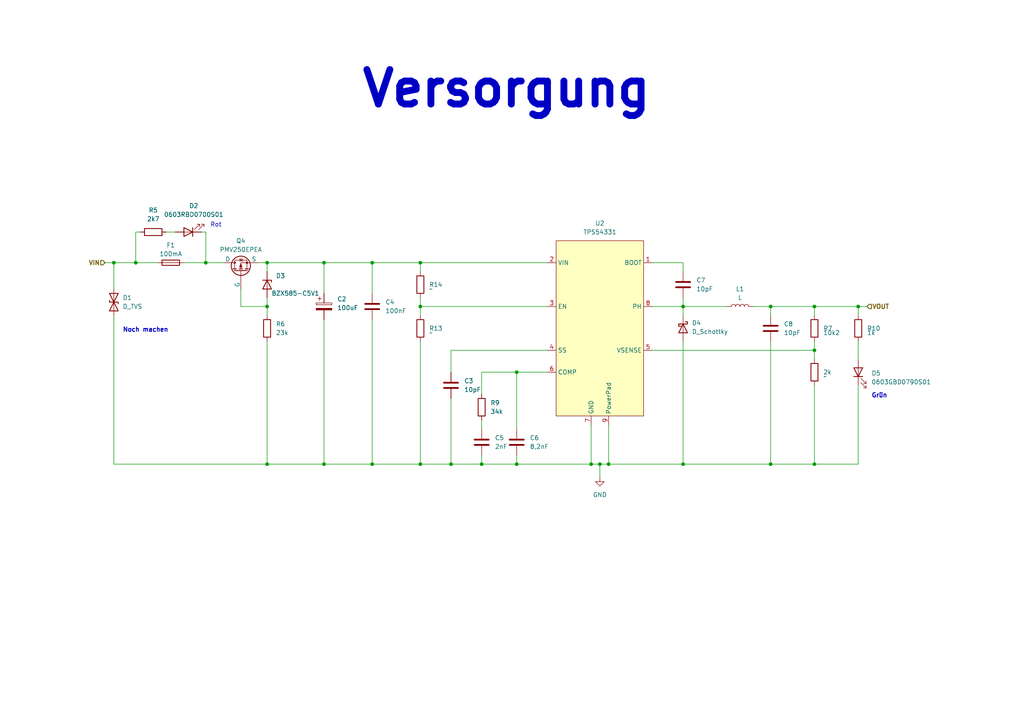
<source format=kicad_sch>
(kicad_sch (version 20230121) (generator eeschema)
  (paper "A4")
  (lib_symbols
    (symbol "Coildriver:TPS54331DDAR"
      (property "Reference" "U" (at 0 27.94 0))
      (property "Value" "TPS54331" (at 6.35 27.94 0))
      (symbol "TPS54331DDAR_1_1"
        (rectangle (start -12.7 25.4) (end 12.7 -25.4) (stroke (width 0) (color 132 0 0 1)) (fill (type background)))
        (pin input line (at 15.24 19.05 180) (length 2.54) (name "BOOT") (number "1"))
        (pin input line (at -15.24 19.05 0) (length 2.54) (name "VIN") (number "2"))
        (pin input line (at -15.24 6.35 0) (length 2.54) (name "EN") (number "3"))
        (pin bidirectional line (at -15.24 -6.35 0) (length 2.54) (name "SS") (number "4"))
        (pin input line (at 15.24 -6.35 180) (length 2.54) (name "VSENSE") (number "5"))
        (pin bidirectional line (at -15.24 -12.7 0) (length 2.54) (name "COMP") (number "6"))
        (pin bidirectional line (at -2.54 -27.94 90) (length 2.54) (name "GND") (number "7"))
        (pin bidirectional line (at 15.24 6.35 180) (length 2.54) (name "PH") (number "8"))
        (pin bidirectional line (at 2.54 -27.94 90) (length 2.54) (name "PowerPad") (number "9"))
      )
    )
    (symbol "Device:C" (pin_numbers hide) (pin_names (offset 0.254))
      (property "Reference" "C" (at 0.635 2.54 0))
      (property "Value" "C" (at 0.635 -2.54 0))
      (symbol "C_0_1"
        (polyline (pts (xy -2.032 -0.762) (xy 2.032 -0.762)) (stroke (width 0.508)))
        (polyline (pts (xy -2.032 0.762) (xy 2.032 0.762)) (stroke (width 0.508)))
      )
      (symbol "C_1_1"
        (pin passive line (at 0 3.81 270) (length 2.794) (name "~") (number "1"))
        (pin passive line (at 0 -3.81 90) (length 2.794) (name "~") (number "2"))
      )
    )
    (symbol "Device:C_Polarized" (pin_numbers hide) (pin_names (offset 0.254))
      (property "Reference" "C" (at 0.635 2.54 0))
      (property "Value" "C_Polarized" (at 0.635 -2.54 0))
      (symbol "C_Polarized_0_1"
        (rectangle (start -2.286 0.508) (end 2.286 1.016))
        (polyline (pts (xy -1.778 2.286) (xy -0.762 2.286)))
        (polyline (pts (xy -1.27 2.794) (xy -1.27 1.778)))
        (rectangle (start 2.286 -0.508) (end -2.286 -1.016) (fill (type outline)))
      )
      (symbol "C_Polarized_1_1"
        (pin passive line (at 0 3.81 270) (length 2.794) (name "~") (number "1"))
        (pin passive line (at 0 -3.81 90) (length 2.794) (name "~") (number "2"))
      )
    )
    (symbol "Device:D_Schottky" (pin_numbers hide) (pin_names (offset 1.016) hide)
      (property "Reference" "D" (at 0 2.54 0))
      (property "Value" "D_Schottky" (at 0 -2.54 0))
      (symbol "D_Schottky_0_1"
        (polyline (pts (xy 1.27 0) (xy -1.27 0)))
        (polyline (pts (xy 1.27 1.27) (xy 1.27 -1.27) (xy -1.27 0) (xy 1.27 1.27)) (stroke (width 0.254)))
        (polyline (pts (xy -1.905 0.635) (xy -1.905 1.27) (xy -1.27 1.27) (xy -1.27 -1.27) (xy -0.635 -1.27) (xy -0.635 -0.635)) (stroke (width 0.254)))
      )
      (symbol "D_Schottky_1_1"
        (pin passive line (at -3.81 0 0) (length 2.54) (name "K") (number "1"))
        (pin passive line (at 3.81 0 180) (length 2.54) (name "A") (number "2"))
      )
    )
    (symbol "Device:D_TVS" (pin_numbers hide) (pin_names (offset 1.016) hide)
      (property "Reference" "D" (at 0 2.54 0))
      (property "Value" "D_TVS" (at 0 -2.54 0))
      (symbol "D_TVS_0_1"
        (polyline (pts (xy 1.27 0) (xy -1.27 0)))
        (polyline (pts (xy 0.508 1.27) (xy 0 1.27) (xy 0 -1.27) (xy -0.508 -1.27)) (stroke (width 0.254)))
        (polyline (pts (xy -2.54 1.27) (xy -2.54 -1.27) (xy 2.54 1.27) (xy 2.54 -1.27) (xy -2.54 1.27)) (stroke (width 0.254)))
      )
      (symbol "D_TVS_1_1"
        (pin passive line (at -3.81 0 0) (length 2.54) (name "A1") (number "1"))
        (pin passive line (at 3.81 0 180) (length 2.54) (name "A2") (number "2"))
      )
    )
    (symbol "Device:Fuse" (pin_numbers hide) (pin_names (offset 0))
      (property "Reference" "F" (at 2.032 0 90))
      (property "Value" "Fuse" (at -1.905 0 90))
      (symbol "Fuse_0_1"
        (rectangle (start -0.762 -2.54) (end 0.762 2.54) (stroke (width 0.254)))
        (polyline (pts (xy 0 2.54) (xy 0 -2.54)))
      )
      (symbol "Fuse_1_1"
        (pin passive line (at 0 3.81 270) (length 1.27) (name "~") (number "1"))
        (pin passive line (at 0 -3.81 90) (length 1.27) (name "~") (number "2"))
      )
    )
    (symbol "Device:L" (pin_numbers hide) (pin_names (offset 1.016) hide)
      (property "Reference" "L" (at -1.27 0 90))
      (property "Value" "L" (at 1.905 0 90))
      (symbol "L_0_1"
        (arc (start 0 -2.54) (mid 0.6323 -1.905) (end 0 -1.27))
        (arc (start 0 -1.27) (mid 0.6323 -0.635) (end 0 0))
        (arc (start 0 0) (mid 0.6323 0.635) (end 0 1.27))
        (arc (start 0 1.27) (mid 0.6323 1.905) (end 0 2.54))
      )
      (symbol "L_1_1"
        (pin passive line (at 0 3.81 270) (length 1.27) (name "1") (number "1"))
        (pin passive line (at 0 -3.81 90) (length 1.27) (name "2") (number "2"))
      )
    )
    (symbol "Device:LED" (pin_numbers hide) (pin_names (offset 1.016) hide)
      (property "Reference" "D" (at 0 2.54 0))
      (property "Value" "LED" (at 0 -2.54 0))
      (symbol "LED_0_1"
        (polyline (pts (xy -1.27 -1.27) (xy -1.27 1.27)) (stroke (width 0.254)))
        (polyline (pts (xy -1.27 0) (xy 1.27 0)))
        (polyline (pts (xy 1.27 -1.27) (xy 1.27 1.27) (xy -1.27 0) (xy 1.27 -1.27)) (stroke (width 0.254)))
        (polyline (pts (xy -3.048 -0.762) (xy -4.572 -2.286) (xy -3.81 -2.286) (xy -4.572 -2.286) (xy -4.572 -1.524)))
        (polyline (pts (xy -1.778 -0.762) (xy -3.302 -2.286) (xy -2.54 -2.286) (xy -3.302 -2.286) (xy -3.302 -1.524)))
      )
      (symbol "LED_1_1"
        (pin passive line (at -3.81 0 0) (length 2.54) (name "K") (number "1"))
        (pin passive line (at 3.81 0 180) (length 2.54) (name "A") (number "2"))
      )
    )
    (symbol "Device:R" (pin_numbers hide) (pin_names (offset 0))
      (property "Reference" "R" (at 2.032 0 90))
      (property "Value" "R" (at 0 0 90))
      (symbol "R_0_1"
        (rectangle (start -1.016 -2.54) (end 1.016 2.54) (stroke (width 0.254)))
      )
      (symbol "R_1_1"
        (pin passive line (at 0 3.81 270) (length 1.27) (name "~") (number "1"))
        (pin passive line (at 0 -3.81 90) (length 1.27) (name "~") (number "2"))
      )
    )
    (symbol "Diode:BZD27Cxx" (pin_numbers hide) (pin_names hide)
      (property "Reference" "D" (at 0 2.54 0))
      (property "Value" "BZD27Cxx" (at 0 -2.54 0))
      (symbol "BZD27Cxx_0_1"
        (polyline (pts (xy 1.27 0) (xy -1.27 0)))
        (polyline (pts (xy -1.27 -1.27) (xy -1.27 1.27) (xy -0.762 1.27)) (stroke (width 0.254)))
        (polyline (pts (xy 1.27 -1.27) (xy 1.27 1.27) (xy -1.27 0) (xy 1.27 -1.27)) (stroke (width 0.254)))
      )
      (symbol "BZD27Cxx_1_1"
        (pin passive line (at -3.81 0 0) (length 2.54) (name "K") (number "1"))
        (pin passive line (at 3.81 0 180) (length 2.54) (name "A") (number "2"))
      )
    )
    (symbol "Simulation_SPICE:PMOS" (pin_numbers hide) (pin_names (offset 0))
      (property "Reference" "Q" (at 5.08 1.27 0))
      (property "Value" "PMOS" (at 5.08 -1.27 0))
      (symbol "PMOS_0_1"
        (polyline (pts (xy 0.254 0) (xy -2.54 0)))
        (polyline (pts (xy 0.254 1.905) (xy 0.254 -1.905)) (stroke (width 0.254)))
        (polyline (pts (xy 0.762 -1.27) (xy 0.762 -2.286)) (stroke (width 0.254)))
        (polyline (pts (xy 0.762 0.508) (xy 0.762 -0.508)) (stroke (width 0.254)))
        (polyline (pts (xy 0.762 2.286) (xy 0.762 1.27)) (stroke (width 0.254)))
        (polyline (pts (xy 2.54 2.54) (xy 2.54 1.778)))
        (polyline (pts (xy 2.54 -2.54) (xy 2.54 0) (xy 0.762 0)))
        (polyline (pts (xy 0.762 1.778) (xy 3.302 1.778) (xy 3.302 -1.778) (xy 0.762 -1.778)))
        (polyline (pts (xy 2.286 0) (xy 1.27 0.381) (xy 1.27 -0.381) (xy 2.286 0)) (fill (type outline)))
        (polyline (pts (xy 2.794 -0.508) (xy 2.921 -0.381) (xy 3.683 -0.381) (xy 3.81 -0.254)))
        (polyline (pts (xy 3.302 -0.381) (xy 2.921 0.254) (xy 3.683 0.254) (xy 3.302 -0.381)))
        (circle (center 1.651 0) (radius 2.794) (stroke (width 0.254)))
        (circle (center 2.54 -1.778) (radius 0.254) (fill (type outline)))
        (circle (center 2.54 1.778) (radius 0.254) (fill (type outline)))
      )
      (symbol "PMOS_1_1"
        (pin passive line (at 2.54 5.08 270) (length 2.54) (name "D") (number "1"))
        (pin input line (at -5.08 0 0) (length 2.54) (name "G") (number "2"))
        (pin passive line (at 2.54 -5.08 90) (length 2.54) (name "S") (number "3"))
      )
    )
    (symbol "power:GND" (power) (pin_names (offset 0))
      (property "Value" "GND" (at 0 -3.81 0))
      (symbol "GND_0_1"
        (polyline (pts (xy 0 0) (xy 0 -1.27) (xy 1.27 -1.27) (xy 0 -2.54) (xy -1.27 -1.27) (xy 0 -1.27)))
      )
      (symbol "GND_1_1"
        (pin power_in line (at 0 0 270) (length 0) hide (name "GND") (number "1"))
      )
    )
  )
  (junction (at 236.22 134.62))
  (junction (at 198.12 88.9))
  (junction (at 121.92 76.2))
  (junction (at 149.86 107.95))
  (junction (at 77.47 88.9))
  (junction (at 236.22 101.6))
  (junction (at 107.95 134.62))
  (junction (at 139.7 134.62))
  (junction (at 149.86 134.62))
  (junction (at 248.92 88.9))
  (junction (at 176.53 134.62))
  (junction (at 33.02 76.2))
  (junction (at 59.69 76.2))
  (junction (at 198.12 134.62))
  (junction (at 77.47 76.2))
  (junction (at 223.52 88.9))
  (junction (at 171.45 134.62))
  (junction (at 223.52 134.62))
  (junction (at 121.92 88.9))
  (junction (at 93.98 76.2))
  (junction (at 121.92 134.62))
  (junction (at 93.98 134.62))
  (junction (at 130.81 134.62))
  (junction (at 236.22 88.9))
  (junction (at 39.37 76.2))
  (junction (at 173.99 134.62))
  (junction (at 77.47 134.62))
  (junction (at 107.95 76.2))
  (wire (pts (xy 248.92 134.62) (xy 236.22 134.62)))
  (wire (pts (xy 248.92 91.44) (xy 248.92 88.9)))
  (wire (pts (xy 130.81 101.6) (xy 130.81 107.95)))
  (wire (pts (xy 236.22 101.6) (xy 236.22 99.06)))
  (wire (pts (xy 173.99 134.62) (xy 171.45 134.62)))
  (wire (pts (xy 149.86 107.95) (xy 139.7 107.95)))
  (wire (pts (xy 121.92 88.9) (xy 158.75 88.9)))
  (wire (pts (xy 39.37 67.31) (xy 39.37 76.2)))
  (wire (pts (xy 93.98 85.09) (xy 93.98 76.2)))
  (wire (pts (xy 171.45 123.19) (xy 171.45 134.62)))
  (wire (pts (xy 198.12 76.2) (xy 189.23 76.2)))
  (wire (pts (xy 59.69 67.31) (xy 59.69 76.2)))
  (wire (pts (xy 77.47 99.06) (xy 77.47 134.62)))
  (wire (pts (xy 158.75 107.95) (xy 149.86 107.95)))
  (wire (pts (xy 149.86 107.95) (xy 149.86 124.46)))
  (wire (pts (xy 93.98 76.2) (xy 77.47 76.2)))
  (wire (pts (xy 77.47 88.9) (xy 77.47 91.44)))
  (wire (pts (xy 45.72 76.2) (xy 39.37 76.2)))
  (wire (pts (xy 198.12 88.9) (xy 198.12 91.44)))
  (wire (pts (xy 223.52 134.62) (xy 198.12 134.62)))
  (wire (pts (xy 130.81 134.62) (xy 121.92 134.62)))
  (wire (pts (xy 189.23 88.9) (xy 198.12 88.9)))
  (wire (pts (xy 198.12 99.06) (xy 198.12 134.62)))
  (wire (pts (xy 149.86 134.62) (xy 139.7 134.62)))
  (wire (pts (xy 248.92 88.9) (xy 251.46 88.9)))
  (wire (pts (xy 33.02 134.62) (xy 77.47 134.62)))
  (wire (pts (xy 93.98 134.62) (xy 107.95 134.62)))
  (wire (pts (xy 139.7 132.08) (xy 139.7 134.62)))
  (wire (pts (xy 158.75 101.6) (xy 130.81 101.6)))
  (wire (pts (xy 248.92 111.76) (xy 248.92 134.62)))
  (wire (pts (xy 236.22 88.9) (xy 223.52 88.9)))
  (wire (pts (xy 139.7 107.95) (xy 139.7 114.3)))
  (wire (pts (xy 189.23 101.6) (xy 236.22 101.6)))
  (wire (pts (xy 59.69 76.2) (xy 64.77 76.2)))
  (wire (pts (xy 236.22 101.6) (xy 236.22 104.14)))
  (wire (pts (xy 121.92 78.74) (xy 121.92 76.2)))
  (wire (pts (xy 107.95 92.71) (xy 107.95 134.62)))
  (wire (pts (xy 121.92 88.9) (xy 121.92 91.44)))
  (wire (pts (xy 223.52 88.9) (xy 218.44 88.9)))
  (wire (pts (xy 198.12 78.74) (xy 198.12 76.2)))
  (wire (pts (xy 198.12 86.36) (xy 198.12 88.9)))
  (wire (pts (xy 121.92 99.06) (xy 121.92 134.62)))
  (wire (pts (xy 198.12 88.9) (xy 210.82 88.9)))
  (wire (pts (xy 149.86 132.08) (xy 149.86 134.62)))
  (wire (pts (xy 39.37 76.2) (xy 33.02 76.2)))
  (wire (pts (xy 236.22 91.44) (xy 236.22 88.9)))
  (wire (pts (xy 48.26 67.31) (xy 50.8 67.31)))
  (wire (pts (xy 69.85 88.9) (xy 77.47 88.9)))
  (wire (pts (xy 223.52 88.9) (xy 223.52 91.44)))
  (wire (pts (xy 33.02 76.2) (xy 33.02 83.82)))
  (wire (pts (xy 107.95 85.09) (xy 107.95 76.2)))
  (wire (pts (xy 121.92 134.62) (xy 107.95 134.62)))
  (wire (pts (xy 223.52 99.06) (xy 223.52 134.62)))
  (wire (pts (xy 40.64 67.31) (xy 39.37 67.31)))
  (wire (pts (xy 173.99 134.62) (xy 173.99 138.43)))
  (wire (pts (xy 77.47 76.2) (xy 77.47 78.74)))
  (wire (pts (xy 30.48 76.2) (xy 33.02 76.2)))
  (wire (pts (xy 171.45 134.62) (xy 149.86 134.62)))
  (wire (pts (xy 248.92 99.06) (xy 248.92 104.14)))
  (wire (pts (xy 236.22 88.9) (xy 248.92 88.9)))
  (wire (pts (xy 74.93 76.2) (xy 77.47 76.2)))
  (wire (pts (xy 77.47 86.36) (xy 77.47 88.9)))
  (wire (pts (xy 69.85 83.82) (xy 69.85 88.9)))
  (wire (pts (xy 93.98 92.71) (xy 93.98 134.62)))
  (wire (pts (xy 176.53 134.62) (xy 173.99 134.62)))
  (wire (pts (xy 121.92 76.2) (xy 158.75 76.2)))
  (wire (pts (xy 130.81 115.57) (xy 130.81 134.62)))
  (wire (pts (xy 236.22 134.62) (xy 223.52 134.62)))
  (wire (pts (xy 77.47 134.62) (xy 93.98 134.62)))
  (wire (pts (xy 121.92 86.36) (xy 121.92 88.9)))
  (wire (pts (xy 121.92 76.2) (xy 107.95 76.2)))
  (wire (pts (xy 198.12 134.62) (xy 176.53 134.62)))
  (wire (pts (xy 33.02 91.44) (xy 33.02 134.62)))
  (wire (pts (xy 107.95 76.2) (xy 93.98 76.2)))
  (wire (pts (xy 53.34 76.2) (xy 59.69 76.2)))
  (wire (pts (xy 139.7 121.92) (xy 139.7 124.46)))
  (wire (pts (xy 176.53 123.19) (xy 176.53 134.62)))
  (wire (pts (xy 139.7 134.62) (xy 130.81 134.62)))
  (wire (pts (xy 58.42 67.31) (xy 59.69 67.31)))
  (wire (pts (xy 236.22 111.76) (xy 236.22 134.62)))
  (text "Grün\n" (at 252.73 115.57 0) (effects (font (size 1.27 1.27) bold) (justify left bottom)))
  (text "Versorgung\n" (at 104.14 31.75 0) (effects (font (size 10 10) (thickness 2) bold) (justify left bottom)))
  (text "Noch machen\n" (at 35.56 96.52 0) (effects (font (size 1.27 1.27) bold) (justify left bottom)))
  (text "Rot\n" (at 60.96 66.04 0) (effects (font (size 1.27 1.27)) (justify left bottom)))
  (hierarchical_label "VOUT" (shape input) (at 251.46 88.9 0) (effects (font bold)))
  (hierarchical_label "VIN" (shape input) (at 30.48 76.2 180) (effects (font bold)))
  (symbol (lib_id "Device:C") (at 139.7 128.27 0) (unit 1)
    (property "Reference" "C5" (at 143.51 127 0) (effects (justify left)))
    (property "Value" "2nF" (at 143.51 129.54 0) (effects (justify left)))
    (property "Footprint" "Capacitor_SMD:C_0603_1608Metric_Pad1.08x0.95mm_HandSolder" (effects hide))
  )
  (symbol (lib_id "Device:R") (at 44.45 67.31 90) (unit 1)
    (property "Reference" "R5" (at 44.45 60.96 90))
    (property "Value" "2k7" (at 44.45 63.5 90))
    (property "Footprint" "Resistor_SMD:R_0603_1608Metric_Pad0.98x0.95mm_HandSolder" (effects hide))
  )
  (symbol (lib_id "power:GND") (at 173.99 138.43 0) (unit 1)
    (property "Reference" "#PWR02" (effects hide))
    (property "Value" "GND" (at 173.99 143.51 0))
  )
  (symbol (lib_id "Device:R") (at 236.22 95.25 0) (unit 1)
    (property "Reference" "R7" (at 238.76 95.25 0) (effects (justify left)))
    (property "Value" "10k2" (at 238.76 96.52 0) (effects (justify left)))
    (property "Footprint" "Resistor_SMD:R_0201_0603Metric_Pad0.64x0.40mm_HandSolder" (effects hide))
  )
  (symbol (lib_id "Device:D_Schottky") (at 198.12 95.25 270) (unit 1)
    (property "Reference" "D4" (at 200.66 93.6625 90) (effects (justify left)))
    (property "Value" "D_Schottky" (at 200.66 96.2025 90) (effects (justify left)))
  )
  (symbol (lib_id "Device:R") (at 139.7 118.11 0) (unit 1)
    (property "Reference" "R9" (at 142.24 116.84 0) (effects (justify left)))
    (property "Value" "34k" (at 142.24 119.38 0) (effects (justify left)))
    (property "Footprint" "Capacitor_SMD:C_0603_1608Metric_Pad1.08x0.95mm_HandSolder" (effects hide))
  )
  (symbol (lib_id "Device:R") (at 236.22 107.95 0) (unit 1)
    (property "Reference" "2k" (at 238.76 107.95 0) (effects (justify left)))
    (property "Value" "~" (at 238.76 109.22 0) (effects (justify left)))
    (property "Footprint" "Resistor_SMD:R_0201_0603Metric_Pad0.64x0.40mm_HandSolder" (effects hide))
  )
  (symbol (lib_id "Device:R") (at 121.92 95.25 0) (unit 1)
    (property "Reference" "R13" (at 124.46 95.25 0) (effects (justify left)))
    (property "Value" "~" (at 124.46 96.52 0) (effects (justify left)))
    (property "Footprint" "Resistor_SMD:R_0201_0603Metric_Pad0.64x0.40mm_HandSolder" (effects hide))
  )
  (symbol (lib_id "Device:C") (at 107.95 88.9 0) (unit 1)
    (property "Reference" "C4" (at 111.76 87.63 0) (effects (justify left)))
    (property "Value" "100nF" (at 111.76 90.17 0) (effects (justify left)))
    (property "Footprint" "Capacitor_SMD:C_0603_1608Metric_Pad1.08x0.95mm_HandSolder" (effects hide))
  )
  (symbol (lib_id "Device:Fuse") (at 49.53 76.2 90) (unit 1)
    (property "Reference" "F1" (at 49.53 71.12 90))
    (property "Value" "100mA" (at 49.53 73.66 90))
    (property "Footprint" "Fuse:Fuse_0402_1005Metric_Pad0.77x0.64mm_HandSolder" (effects hide))
    (property "Datasheet" "https://datasheets.kyocera-avx.com/AccuGuardLC_0402.pdf" (effects hide))
    (property "DigiKey" "478-6485-1-ND" (effects hide))
    (property "DigiKeyWeb" "https://www.digikey.de/de/products/detail/kyocera-avx/F0402G0R10FNTR/2533829" (effects hide))
  )
  (symbol (lib_id "Device:LED") (at 54.61 67.31 180) (unit 1)
    (property "Reference" "D2" (at 56.1975 59.69 0))
    (property "Value" "0603RBD0700S01" (at 56.1975 62.23 0))
    (property "Footprint" "LED_SMD:LED_0603_1608Metric_Pad1.05x0.95mm_HandSolder" (effects hide))
    (property "Datasheet" "https://mm.digikey.com/Volume0/opasdata/d220001/medias/docus/4258/0603RBD0700S01.pdf" (effects hide))
    (property "DigiKey" "3372-0603RBD0700S01TR-ND" (effects hide))
    (property "DigiKeyWeb" "https://www.digikey.de/de/products/detail/nextgen-components/0603RBD0700S01/14318421" (effects hide))
  )
  (symbol (lib_id "Device:LED") (at 248.92 107.95 90) (unit 1)
    (property "Reference" "D5" (at 252.73 108.2675 90) (effects (justify right)))
    (property "Value" "0603GBD0790S01" (at 252.73 110.8075 90) (effects (justify right)))
    (property "Footprint" "LED_SMD:LED_0603_1608Metric_Pad1.05x0.95mm_HandSolder" (effects hide))
    (property "Datasheet" "https://mm.digikey.com/Volume0/opasdata/d220001/medias/docus/4336/0603GBD0790S01.pdf" (effects hide))
    (property "DigiKey" "3372-0603GBD0790S01TR-ND" (effects hide))
    (property "DigiKeyWeb" "https://www.digikey.de/de/products/detail/nextgen-components/0603GBD0790S01/14318411" (effects hide))
  )
  (symbol (lib_id "Device:R") (at 248.92 95.25 0) (unit 1)
    (property "Reference" "R10" (at 251.46 95.25 0) (effects (justify left)))
    (property "Value" "1k" (at 251.46 96.52 0) (effects (justify left)))
    (property "Footprint" "Resistor_SMD:R_0201_0603Metric_Pad0.64x0.40mm_HandSolder" (effects hide))
  )
  (symbol (lib_id "Coildriver:TPS54331DDAR") (at 173.99 95.25 0) (unit 1)
    (property "Reference" "U2" (at 173.99 64.77 0))
    (property "Value" "TPS54331" (at 173.99 67.31 0))
    (property "Footprint" "Package_SO:Diodes_SO-8EP" (effects hide))
    (property "Datasheet" "https://www.ti.com/lit/ds/symlink/tps54331.pdf?HQS=dis-dk-null-digikeymode-dsf-pf-null-wwe&ts=1699366310848&ref_url=https%253A%252F%252Fwww.ti.com%252Fgeneral%252Fdocs%252Fsuppproductinfo.tsp%253FdistId%253D10%2526gotoUrl%253Dhttps%253A%252F%252Fwww.ti.com%252Flit%252Fgpn%252Ftps54331" (effects hide))
    (property "DigiKey" "296-39419-1-ND - Gurtabschnitt " (effects hide))
    (property "DigiKeyWeb" "https://www.digikey.de/de/products/detail/texas-instruments/TPS54331DDAR/5143369?utm_adgroup=&utm_source=google&utm_medium=cpc&utm_campaign=PMax%20Shopping_Supplier&utm_term=&productid=5143369&utm_content=&utm_id=go_cmp-20189582800_adg-_ad-__dev-c_ext-_prd-5143369_sig-CjwKCAiA3aeqBhBzEiwAxFiOBpg5zEA2_25Ap139A1TxSSbZ_LoRdWf4xplKyvp90zPwRpxBp9D1gBoCwDgQAvD_BwE&gad_source=1&gclid=CjwKCAiA3aeqBhBzEiwAxFiOBpg5zEA2_25Ap139A1TxSSbZ_LoRdWf4xplKyvp90zPwRpxBp9D1gBoCwDgQAvD_BwE" (effects hide))
  )
  (symbol (lib_id "Device:R") (at 121.92 82.55 0) (unit 1)
    (property "Reference" "R14" (at 124.46 82.55 0) (effects (justify left)))
    (property "Value" "~" (at 124.46 83.82 0) (effects (justify left)))
    (property "Footprint" "Resistor_SMD:R_0201_0603Metric_Pad0.64x0.40mm_HandSolder" (effects hide))
  )
  (symbol (lib_id "Device:L") (at 214.63 88.9 90) (unit 1)
    (property "Reference" "L1" (at 214.63 83.82 90))
    (property "Value" "L" (at 214.63 86.36 90))
  )
  (symbol (lib_id "Device:R") (at 77.47 95.25 0) (unit 1)
    (property "Reference" "R6" (at 80.01 93.98 0) (effects (justify left)))
    (property "Value" "23k" (at 80.01 96.52 0) (effects (justify left)))
    (property "Footprint" "Resistor_SMD:R_0201_0603Metric_Pad0.64x0.40mm_HandSolder" (effects hide))
  )
  (symbol (lib_id "Device:D_TVS") (at 33.02 87.63 90) (unit 1)
    (property "Reference" "D1" (at 35.56 86.36 90) (effects (justify right)))
    (property "Value" "D_TVS" (at 35.56 88.9 90) (effects (justify right)))
  )
  (symbol (lib_id "Device:C") (at 198.12 82.55 0) (unit 1)
    (property "Reference" "C7" (at 201.93 81.28 0) (effects (justify left)))
    (property "Value" "10pF" (at 201.93 83.82 0) (effects (justify left)))
    (property "Footprint" "Capacitor_SMD:C_0603_1608Metric_Pad1.08x0.95mm_HandSolder" (effects hide))
  )
  (symbol (lib_id "Device:C") (at 130.81 111.76 0) (unit 1)
    (property "Reference" "C3" (at 134.62 110.49 0) (effects (justify left)))
    (property "Value" "10pF" (at 134.62 113.03 0) (effects (justify left)))
    (property "Footprint" "Capacitor_SMD:C_0603_1608Metric_Pad1.08x0.95mm_HandSolder" (effects hide))
  )
  (symbol (lib_id "Diode:BZD27Cxx") (at 77.47 82.55 270) (unit 1)
    (property "Reference" "D3" (at 80.01 80.01 90) (effects (justify left)))
    (property "Value" "BZX585-C5V1" (at 78.74 85.09 90) (effects (justify left)))
    (property "Footprint" "Diode_SMD:D_SOD-523" (effects hide))
    (property "Datasheet" "https://assets.nexperia.com/documents/data-sheet/BZX585_SER.pdf" (effects hide))
    (property "DigiKey" "1727-1659-1-ND" (effects hide))
    (property "DigiKeyWeb" "https://www.digikey.de/de/products/detail/nexperia-usa-inc/BZX585-C5V1-115/1155862" (effects hide))
  )
  (symbol (lib_id "Simulation_SPICE:PMOS") (at 69.85 78.74 90) (unit 1)
    (property "Reference" "Q4" (at 69.85 69.85 90))
    (property "Value" "PMV250EPEA" (at 69.85 72.39 90))
    (property "Footprint" "Package_TO_SOT_SMD:SOT-23" (effects hide))
    (property "Datasheet" "https://assets.nexperia.com/documents/data-sheet/PMV250EPEA.pdf" (effects hide))
    (property "Sim.Device" "PMOS" (effects hide))
    (property "Sim.Type" "VDMOS" (effects hide))
    (property "Sim.Pins" "1=D 2=G 3=S" (effects hide))
    (property "DigiKey" "1727-2303-1-ND" (effects hide))
    (property "DigiKey-Web" "https://www.digikey.de/de/products/detail/nexperia-usa-inc/PMV250EPEAR/5395794?s=N4IgjCBcoGwAwyqAxlAZgQwDYGcCmANCAPZQDaIAzABwCsYclIAukQA4AuUIAyhwE4BLAHYBzEAF8i8akhCpImXIRLkQtWnFqzWITtz5CxkogCYEs6PPTZ8RUpAoAWOAAIAai3ZdIIAKrCghwA8mgAsngYOACu-HiSEhJAA" (effects hide))
  )
  (symbol (lib_id "Device:C") (at 149.86 128.27 0) (unit 1)
    (property "Reference" "C6" (at 153.67 127 0) (effects (justify left)))
    (property "Value" "8,2nF" (at 153.67 129.54 0) (effects (justify left)))
    (property "Footprint" "Capacitor_SMD:C_0603_1608Metric_Pad1.08x0.95mm_HandSolder" (effects hide))
  )
  (symbol (lib_id "Device:C_Polarized") (at 93.98 88.9 0) (unit 1)
    (property "Reference" "C2" (at 97.79 86.741 0) (effects (justify left)))
    (property "Value" "100uF" (at 97.79 89.281 0) (effects (justify left)))
    (property "Footprint" "Capacitor_SMD:CP_Elec_8x6.9" (effects hide))
    (property "Datasheet" "https://connect.kemet.com:7667/gateway/IntelliData-ComponentDocumentation/1.0/download/datasheet/A768KE107M1VLAS036" (effects hide))
    (property "DigiKey" "399-A768KE107M1VLAS036CT-ND " (effects hide))
    (property "DigiKeyWeb" "https://www.digikey.de/de/products/detail/kemet/A768KE107M1VLAS036/12704845" (effects hide))
  )
  (symbol (lib_id "Device:C") (at 223.52 95.25 0) (unit 1)
    (property "Reference" "C8" (at 227.33 93.98 0) (effects (justify left)))
    (property "Value" "10pF" (at 227.33 96.52 0) (effects (justify left)))
    (property "Footprint" "Capacitor_SMD:C_0603_1608Metric_Pad1.08x0.95mm_HandSolder" (effects hide))
  )
)
</source>
